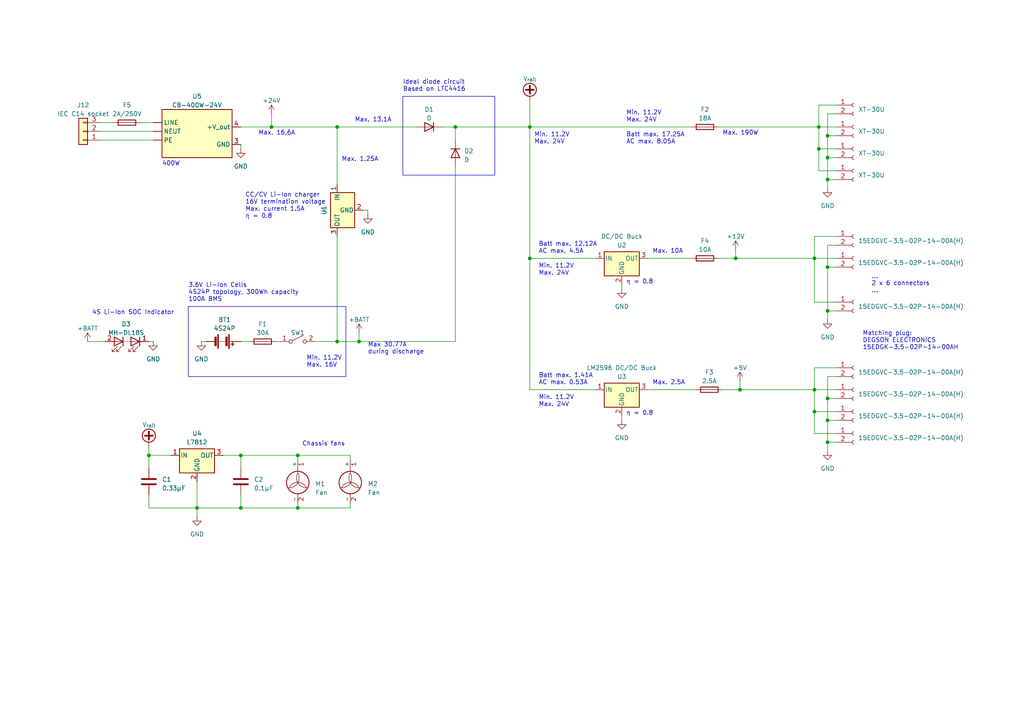
<source format=kicad_sch>
(kicad_sch (version 20230221) (generator eeschema)
  (paper "A4")
  (title_block (title "SECONDLIFE UPS") (date "2023-04-12") (rev "Mark II") (company "FSCK.PL"))
  (lib_symbols
    (symbol "Connector:Conn_01x02_Socket" (pin_names (offset 1.016) hide)
      (property "Reference" "J" (at 0 2.54 0))
      (property "Value" "Conn_01x02_Socket" (at 0 -5.08 0))
      (symbol "Conn_01x02_Socket_1_1"
        (arc (start 0 -2.032) (mid -0.5058 -2.54) (end 0 -3.048) (stroke (width 0.1524)))
        (polyline (pts (xy -1.27 -2.54) (xy -0.508 -2.54)) (stroke (width 0.1524)))
        (polyline (pts (xy -1.27 0) (xy -0.508 0)) (stroke (width 0.1524)))
        (arc (start 0 0.508) (mid -0.5058 0) (end 0 -0.508) (stroke (width 0.1524)))
        (pin passive line (at -5.08 0 0) (length 3.81) (name "Pin_1") (number "1"))
        (pin passive line (at -5.08 -2.54 0) (length 3.81) (name "Pin_2") (number "2"))
      )
    )
    (symbol "Connector_Generic:Conn_01x03" (pin_names (offset 1.016) hide)
      (property "Reference" "J" (at 0 5.08 0))
      (property "Value" "Conn_01x03" (at 0 -5.08 0))
      (symbol "Conn_01x03_1_1"
        (rectangle (start -1.27 -2.413) (end 0 -2.667) (stroke (width 0.1524)))
        (rectangle (start -1.27 0.127) (end 0 -0.127) (stroke (width 0.1524)))
        (rectangle (start -1.27 2.667) (end 0 2.413) (stroke (width 0.1524)))
        (rectangle (start -1.27 3.81) (end 1.27 -3.81) (stroke (width 0.254)) (fill (type background)))
        (pin passive line (at -5.08 2.54 0) (length 3.81) (name "Pin_1") (number "1"))
        (pin passive line (at -5.08 0 0) (length 3.81) (name "Pin_2") (number "2"))
        (pin passive line (at -5.08 -2.54 0) (length 3.81) (name "Pin_3") (number "3"))
      )
    )
    (symbol "Device:Battery" (pin_numbers hide) (pin_names (offset 0) hide)
      (property "Reference" "BT" (at 2.54 2.54 0))
      (property "Value" "Battery" (at 2.54 0 0))
      (symbol "Battery_0_1"
        (rectangle (start -2.032 -1.397) (end 2.032 -1.651) (fill (type outline)))
        (rectangle (start -2.032 1.778) (end 2.032 1.524) (fill (type outline)))
        (rectangle (start -1.3208 -1.9812) (end 1.27 -2.4892) (fill (type outline)))
        (rectangle (start -1.3208 1.1938) (end 1.27 0.6858) (fill (type outline)))
        (polyline (pts (xy 0 -1.524) (xy 0 -1.27)))
        (polyline (pts (xy 0 -1.016) (xy 0 -0.762)))
        (polyline (pts (xy 0 -0.508) (xy 0 -0.254)))
        (polyline (pts (xy 0 0) (xy 0 0.254)))
        (polyline (pts (xy 0 0.508) (xy 0 0.762)))
        (polyline (pts (xy 0 1.778) (xy 0 2.54)))
        (polyline (pts (xy 0.254 2.667) (xy 1.27 2.667)) (stroke (width 0.254)))
        (polyline (pts (xy 0.762 3.175) (xy 0.762 2.159)) (stroke (width 0.254)))
      )
      (symbol "Battery_1_1"
        (pin passive line (at 0 5.08 270) (length 2.54) (name "+") (number "1"))
        (pin passive line (at 0 -5.08 90) (length 2.54) (name "-") (number "2"))
      )
    )
    (symbol "Device:C" (pin_numbers hide) (pin_names (offset 0.254))
      (property "Reference" "C" (at 0.635 2.54 0))
      (property "Value" "C" (at 0.635 -2.54 0))
      (symbol "C_0_1"
        (polyline (pts (xy -2.032 -0.762) (xy 2.032 -0.762)) (stroke (width 0.508)))
        (polyline (pts (xy -2.032 0.762) (xy 2.032 0.762)) (stroke (width 0.508)))
      )
      (symbol "C_1_1"
        (pin passive line (at 0 3.81 270) (length 2.794) (name "~") (number "1"))
        (pin passive line (at 0 -3.81 90) (length 2.794) (name "~") (number "2"))
      )
    )
    (symbol "Device:D" (pin_numbers hide) (pin_names (offset 1.016) hide)
      (property "Reference" "D" (at 0 2.54 0))
      (property "Value" "D" (at 0 -2.54 0))
      (symbol "D_0_1"
        (polyline (pts (xy -1.27 1.27) (xy -1.27 -1.27)) (stroke (width 0.254)))
        (polyline (pts (xy 1.27 0) (xy -1.27 0)))
        (polyline (pts (xy 1.27 1.27) (xy 1.27 -1.27) (xy -1.27 0) (xy 1.27 1.27)) (stroke (width 0.254)))
      )
      (symbol "D_1_1"
        (pin passive line (at -3.81 0 0) (length 2.54) (name "K") (number "1"))
        (pin passive line (at 3.81 0 180) (length 2.54) (name "A") (number "2"))
      )
    )
    (symbol "Device:Fuse" (pin_numbers hide) (pin_names (offset 0))
      (property "Reference" "F" (at 2.032 0 90))
      (property "Value" "Fuse" (at -1.905 0 90))
      (symbol "Fuse_0_1"
        (rectangle (start -0.762 -2.54) (end 0.762 2.54) (stroke (width 0.254)))
        (polyline (pts (xy 0 2.54) (xy 0 -2.54)))
      )
      (symbol "Fuse_1_1"
        (pin passive line (at 0 3.81 270) (length 1.27) (name "~") (number "1"))
        (pin passive line (at 0 -3.81 90) (length 1.27) (name "~") (number "2"))
      )
    )
    (symbol "Device:LED_Series" (pin_names (offset 1.016) hide)
      (property "Reference" "D" (at 0 5.715 0))
      (property "Value" "LED_Series" (at 0 3.81 0))
      (symbol "LED_Series_0_1"
        (polyline (pts (xy -3.81 0) (xy -1.016 0)))
        (polyline (pts (xy -3.683 -1.27) (xy -3.683 1.27)) (stroke (width 0.254)))
        (polyline (pts (xy -0.508 0) (xy -0.762 0)))
        (polyline (pts (xy 0.127 0) (xy -0.127 0)))
        (polyline (pts (xy 0.508 0) (xy 0.762 0)))
        (polyline (pts (xy 1.016 0) (xy 3.81 0)))
        (polyline (pts (xy 1.143 -1.27) (xy 1.143 1.27)) (stroke (width 0.254)))
        (polyline (pts (xy -1.143 -1.27) (xy -1.143 1.27) (xy -3.683 0) (xy -1.143 -1.27)) (stroke (width 0.254)))
        (polyline (pts (xy 3.683 -1.27) (xy 3.683 1.27) (xy 1.143 0) (xy 3.683 -1.27)) (stroke (width 0.254)))
        (polyline (pts (xy -3.302 1.397) (xy -1.778 2.921) (xy -2.54 2.921) (xy -1.778 2.921) (xy -1.778 2.159)))
        (polyline (pts (xy -2.032 1.397) (xy -0.508 2.921) (xy -1.27 2.921) (xy -0.508 2.921) (xy -0.508 2.159)))
        (polyline (pts (xy 1.524 1.397) (xy 3.048 2.921) (xy 2.286 2.921) (xy 3.048 2.921) (xy 3.048 2.159)))
        (polyline (pts (xy 2.794 1.397) (xy 4.318 2.921) (xy 3.556 2.921) (xy 4.318 2.921) (xy 4.318 2.159)))
      )
      (symbol "LED_Series_1_1"
        (pin passive line (at -6.35 0 0) (length 2.54) (name "K") (number "1"))
        (pin passive line (at 6.35 0 180) (length 2.54) (name "A") (number "2"))
      )
    )
    (symbol "Motor:Fan" (pin_names (offset 0))
      (property "Reference" "M" (at 2.54 5.08 0))
      (property "Value" "Fan" (at 2.54 -2.54 0))
      (symbol "Fan_0_1"
        (arc (start -2.54 -0.508) (mid 0.0028 0.9121) (end 0 3.81))
        (polyline (pts (xy 0 -5.08) (xy 0 -4.572)))
        (polyline (pts (xy 0 -2.2352) (xy 0 -2.6416)))
        (polyline (pts (xy 0 4.2672) (xy 0 4.6228)))
        (polyline (pts (xy 0 4.572) (xy 0 5.08)))
        (circle (center 0 1.016) (radius 3.2512) (stroke (width 0.254)))
        (arc (start 0 3.81) (mid 0.053 0.921) (end 2.54 -0.508))
        (arc (start 2.54 -0.508) (mid 0 1.0618) (end -2.54 -0.508))
      )
      (symbol "Fan_1_1"
        (pin passive line (at 0 7.62 270) (length 2.54) (name "+") (number "1"))
        (pin passive line (at 0 -5.08 90) (length 2.54) (name "-") (number "2"))
      )
    )
    (symbol "PSU:Generic_PSU"
      (property "Reference" "U" (at -8.89 13.97 0))
      (property "Value" "Generic_AC_PSU" (at 6.35 13.97 0))
      (symbol "Generic_PSU_0_1"
        (rectangle (start -10.16 12.7) (end 10.16 -1.27) (stroke (width 0.254)) (fill (type background)))
      )
      (symbol "Generic_PSU_1_1"
        (pin power_in line (at -12.7 8.89 0) (length 2.54) (name "LINE") (number ""))
        (pin power_in line (at -12.7 6.35 0) (length 2.54) (name "NEUT") (number ""))
        (pin passive line (at -12.7 3.81 0) (length 2.54) (name "PE") (number ""))
        (pin power_out line (at 12.7 2.54 180) (length 2.54) (name "GND") (number "3"))
        (pin power_out line (at 12.7 7.62 180) (length 2.54) (name "+V_out") (number "4"))
      )
    )
    (symbol "Regulator_Linear:L7805" (pin_names (offset 0.254))
      (property "Reference" "U" (at -3.81 3.175 0))
      (property "Value" "L7805" (at 0 3.175 0))
      (symbol "L7805_0_1"
        (rectangle (start -5.08 1.905) (end 5.08 -5.08) (stroke (width 0.254)) (fill (type background)))
      )
      (symbol "L7805_1_1"
        (pin power_in line (at -7.62 0 0) (length 2.54) (name "IN") (number "1"))
        (pin power_in line (at 0 -7.62 90) (length 2.54) (name "GND") (number "2"))
        (pin power_out line (at 7.62 0 180) (length 2.54) (name "OUT") (number "3"))
      )
    )
    (symbol "Regulator_Linear:L7812" (pin_names (offset 0.254))
      (property "Reference" "U" (at -3.81 3.175 0))
      (property "Value" "L7812" (at 0 3.175 0))
      (symbol "L7812_0_1"
        (rectangle (start -5.08 1.905) (end 5.08 -5.08) (stroke (width 0.254)) (fill (type background)))
      )
      (symbol "L7812_1_1"
        (pin power_in line (at -7.62 0 0) (length 2.54) (name "IN") (number "1"))
        (pin power_in line (at 0 -7.62 90) (length 2.54) (name "GND") (number "2"))
        (pin power_out line (at 7.62 0 180) (length 2.54) (name "OUT") (number "3"))
      )
    )
    (symbol "Switch:SW_SPST" (pin_names (offset 0) hide)
      (property "Reference" "SW" (at 0 3.175 0))
      (property "Value" "SW_SPST" (at 0 -2.54 0))
      (symbol "SW_SPST_0_0"
        (circle (center -2.032 0) (radius 0.508))
        (polyline (pts (xy -1.524 0.254) (xy 1.524 1.778)))
        (circle (center 2.032 0) (radius 0.508))
      )
      (symbol "SW_SPST_1_1"
        (pin passive line (at -5.08 0 0) (length 2.54) (name "A") (number "1"))
        (pin passive line (at 5.08 0 180) (length 2.54) (name "B") (number "2"))
      )
    )
    (symbol "power:+12V" (power) (pin_names (offset 0))
      (property "Value" "+12V" (at 0 3.556 0))
      (symbol "+12V_0_1"
        (polyline (pts (xy -0.762 1.27) (xy 0 2.54)))
        (polyline (pts (xy 0 0) (xy 0 2.54)))
        (polyline (pts (xy 0 2.54) (xy 0.762 1.27)))
      )
      (symbol "+12V_1_1"
        (pin power_in line (at 0 0 90) (length 0) hide (name "+12V") (number "1"))
      )
    )
    (symbol "power:+24V" (power) (pin_names (offset 0))
      (property "Value" "+24V" (at 0 3.556 0))
      (symbol "+24V_0_1"
        (polyline (pts (xy -0.762 1.27) (xy 0 2.54)))
        (polyline (pts (xy 0 0) (xy 0 2.54)))
        (polyline (pts (xy 0 2.54) (xy 0.762 1.27)))
      )
      (symbol "+24V_1_1"
        (pin power_in line (at 0 0 90) (length 0) hide (name "+24V") (number "1"))
      )
    )
    (symbol "power:+5V" (power) (pin_names (offset 0))
      (property "Value" "+5V" (at 0 3.556 0))
      (symbol "+5V_0_1"
        (polyline (pts (xy -0.762 1.27) (xy 0 2.54)))
        (polyline (pts (xy 0 0) (xy 0 2.54)))
        (polyline (pts (xy 0 2.54) (xy 0.762 1.27)))
      )
      (symbol "+5V_1_1"
        (pin power_in line (at 0 0 90) (length 0) hide (name "+5V") (number "1"))
      )
    )
    (symbol "power:+BATT" (power) (pin_names (offset 0))
      (property "Value" "+BATT" (at 0 3.556 0))
      (symbol "+BATT_0_1"
        (polyline (pts (xy -0.762 1.27) (xy 0 2.54)))
        (polyline (pts (xy 0 0) (xy 0 2.54)))
        (polyline (pts (xy 0 2.54) (xy 0.762 1.27)))
      )
      (symbol "+BATT_1_1"
        (pin power_in line (at 0 0 90) (length 0) hide (name "+BATT") (number "1"))
      )
    )
    (symbol "power:+VDC" (power) (pin_names (offset 0))
      (property "Value" "+VDC" (at 0 6.35 0))
      (symbol "+VDC_0_1"
        (polyline (pts (xy -1.143 3.175) (xy 1.143 3.175)) (stroke (width 0.508)))
        (polyline (pts (xy 0 0) (xy 0 1.27)))
        (polyline (pts (xy 0 2.032) (xy 0 4.318)) (stroke (width 0.508)))
        (circle (center 0 3.175) (radius 1.905) (stroke (width 0.254)))
      )
      (symbol "+VDC_1_1"
        (pin power_in line (at 0 0 90) (length 0) hide (name "+VDC") (number "1"))
      )
    )
    (symbol "power:GND" (power) (pin_names (offset 0))
      (property "Value" "GND" (at 0 -3.81 0))
      (symbol "GND_0_1"
        (polyline (pts (xy 0 0) (xy 0 -1.27) (xy 1.27 -1.27) (xy 0 -2.54) (xy -1.27 -1.27) (xy 0 -1.27)))
      )
      (symbol "GND_1_1"
        (pin power_in line (at 0 0 270) (length 0) hide (name "GND") (number "1"))
      )
    )
  )
  (junction (at 240.03 52.07))
  (junction (at 240.03 39.37))
  (junction (at 57.15 147.32))
  (junction (at 69.85 147.32))
  (junction (at 237.49 43.18))
  (junction (at 69.85 132.08))
  (junction (at 236.22 113.03))
  (junction (at 240.03 121.92))
  (junction (at 214.63 113.03))
  (junction (at 240.03 115.57))
  (junction (at 237.49 36.83))
  (junction (at 153.67 36.83))
  (junction (at 236.22 119.38))
  (junction (at 86.36 147.32))
  (junction (at 78.74 36.83))
  (junction (at 236.22 74.93))
  (junction (at 97.79 36.83))
  (junction (at 213.36 74.93))
  (junction (at 43.18 132.08))
  (junction (at 240.03 128.27))
  (junction (at 86.36 132.08))
  (junction (at 240.03 45.72))
  (junction (at 97.79 99.06))
  (junction (at 153.67 74.93))
  (junction (at 104.14 99.06))
  (junction (at 240.03 77.47))
  (junction (at 132.08 36.83))
  (junction (at 240.03 90.17))
  (wire (pts (xy 208.28 36.83) (xy 237.49 36.83)))
  (wire (pts (xy 242.57 106.68) (xy 236.22 106.68)))
  (wire (pts (xy 49.53 132.08) (xy 43.18 132.08)))
  (wire (pts (xy 91.44 99.06) (xy 97.79 99.06)))
  (wire (pts (xy 128.27 36.83) (xy 132.08 36.83)))
  (wire (pts (xy 237.49 49.53) (xy 242.57 49.53)))
  (wire (pts (xy 132.08 99.06) (xy 104.14 99.06)))
  (wire (pts (xy 78.74 36.83) (xy 97.79 36.83)))
  (wire (pts (xy 187.96 113.03) (xy 201.93 113.03)))
  (wire (pts (xy 64.77 132.08) (xy 69.85 132.08)))
  (wire (pts (xy 187.96 74.93) (xy 200.66 74.93)))
  (wire (pts (xy 242.57 90.17) (xy 240.03 90.17)))
  (wire (pts (xy 43.18 147.32) (xy 57.15 147.32)))
  (wire (pts (xy 237.49 43.18) (xy 237.49 49.53)))
  (wire (pts (xy 69.85 132.08) (xy 69.85 135.89)))
  (wire (pts (xy 80.01 99.06) (xy 81.28 99.06)))
  (wire (pts (xy 57.15 147.32) (xy 57.15 149.86)))
  (wire (pts (xy 44.45 99.06) (xy 43.18 99.06)))
  (wire (pts (xy 104.14 96.52) (xy 104.14 99.06)))
  (wire (pts (xy 57.15 139.7) (xy 57.15 147.32)))
  (wire (pts (xy 58.42 99.06) (xy 59.69 99.06)))
  (wire (pts (xy 104.14 99.06) (xy 97.79 99.06)))
  (wire (pts (xy 240.03 45.72) (xy 240.03 52.07)))
  (wire (pts (xy 106.68 60.96) (xy 106.68 62.23)))
  (wire (pts (xy 69.85 41.91) (xy 69.85 43.18)))
  (wire (pts (xy 209.55 113.03) (xy 214.63 113.03)))
  (wire (pts (xy 25.4 99.06) (xy 30.48 99.06)))
  (wire (pts (xy 97.79 99.06) (xy 97.79 68.58)))
  (wire (pts (xy 240.03 52.07) (xy 240.03 54.61)))
  (wire (pts (xy 153.67 113.03) (xy 172.72 113.03)))
  (wire (pts (xy 240.03 77.47) (xy 242.57 77.47)))
  (wire (pts (xy 240.03 77.47) (xy 240.03 90.17)))
  (wire (pts (xy 97.79 36.83) (xy 97.79 53.34)))
  (wire (pts (xy 132.08 36.83) (xy 153.67 36.83)))
  (wire (pts (xy 242.57 125.73) (xy 236.22 125.73)))
  (wire (pts (xy 180.34 82.55) (xy 180.34 83.82)))
  (wire (pts (xy 240.03 115.57) (xy 240.03 121.92)))
  (wire (pts (xy 153.67 36.83) (xy 200.66 36.83)))
  (wire (pts (xy 29.21 35.56) (xy 33.02 35.56)))
  (wire (pts (xy 240.03 45.72) (xy 242.57 45.72)))
  (wire (pts (xy 236.22 106.68) (xy 236.22 113.03)))
  (wire (pts (xy 153.67 74.93) (xy 172.72 74.93)))
  (wire (pts (xy 105.41 60.96) (xy 106.68 60.96)))
  (wire (pts (xy 240.03 109.22) (xy 240.03 115.57)))
  (wire (pts (xy 242.57 87.63) (xy 236.22 87.63)))
  (wire (pts (xy 208.28 74.93) (xy 213.36 74.93)))
  (wire (pts (xy 57.15 147.32) (xy 69.85 147.32)))
  (wire (pts (xy 132.08 36.83) (xy 132.08 40.64)))
  (wire (pts (xy 97.79 36.83) (xy 120.65 36.83)))
  (wire (pts (xy 240.03 33.02) (xy 240.03 39.37)))
  (wire (pts (xy 214.63 113.03) (xy 236.22 113.03)))
  (wire (pts (xy 242.57 33.02) (xy 240.03 33.02)))
  (wire (pts (xy 69.85 147.32) (xy 69.85 143.51)))
  (wire (pts (xy 29.21 38.1) (xy 44.45 38.1)))
  (wire (pts (xy 236.22 74.93) (xy 242.57 74.93)))
  (wire (pts (xy 236.22 87.63) (xy 236.22 74.93)))
  (wire (pts (xy 237.49 36.83) (xy 237.49 43.18)))
  (wire (pts (xy 153.67 29.21) (xy 153.67 36.83)))
  (wire (pts (xy 101.6 132.08) (xy 101.6 133.35)))
  (wire (pts (xy 240.03 39.37) (xy 240.03 45.72)))
  (wire (pts (xy 242.57 128.27) (xy 240.03 128.27)))
  (wire (pts (xy 101.6 147.32) (xy 86.36 147.32)))
  (wire (pts (xy 240.03 90.17) (xy 240.03 92.71)))
  (wire (pts (xy 242.57 109.22) (xy 240.03 109.22)))
  (wire (pts (xy 132.08 48.26) (xy 132.08 99.06)))
  (wire (pts (xy 69.85 36.83) (xy 78.74 36.83)))
  (wire (pts (xy 240.03 115.57) (xy 242.57 115.57)))
  (wire (pts (xy 78.74 33.02) (xy 78.74 36.83)))
  (wire (pts (xy 240.03 39.37) (xy 242.57 39.37)))
  (wire (pts (xy 236.22 119.38) (xy 236.22 113.03)))
  (wire (pts (xy 43.18 129.54) (xy 43.18 132.08)))
  (wire (pts (xy 86.36 133.35) (xy 86.36 132.08)))
  (wire (pts (xy 236.22 119.38) (xy 242.57 119.38)))
  (wire (pts (xy 240.03 121.92) (xy 242.57 121.92)))
  (wire (pts (xy 69.85 99.06) (xy 72.39 99.06)))
  (wire (pts (xy 213.36 72.39) (xy 213.36 74.93)))
  (wire (pts (xy 237.49 36.83) (xy 242.57 36.83)))
  (wire (pts (xy 236.22 113.03) (xy 242.57 113.03)))
  (wire (pts (xy 153.67 36.83) (xy 153.67 74.93)))
  (wire (pts (xy 242.57 68.58) (xy 236.22 68.58)))
  (wire (pts (xy 236.22 125.73) (xy 236.22 119.38)))
  (wire (pts (xy 240.03 71.12) (xy 240.03 77.47)))
  (wire (pts (xy 237.49 43.18) (xy 242.57 43.18)))
  (wire (pts (xy 214.63 110.49) (xy 214.63 113.03)))
  (wire (pts (xy 242.57 71.12) (xy 240.03 71.12)))
  (wire (pts (xy 240.03 52.07) (xy 242.57 52.07)))
  (wire (pts (xy 43.18 143.51) (xy 43.18 147.32)))
  (wire (pts (xy 101.6 146.05) (xy 101.6 147.32)))
  (wire (pts (xy 153.67 74.93) (xy 153.67 113.03)))
  (wire (pts (xy 29.21 40.64) (xy 44.45 40.64)))
  (wire (pts (xy 242.57 30.48) (xy 237.49 30.48)))
  (wire (pts (xy 43.18 132.08) (xy 43.18 135.89)))
  (wire (pts (xy 236.22 68.58) (xy 236.22 74.93)))
  (wire (pts (xy 240.03 128.27) (xy 240.03 130.81)))
  (wire (pts (xy 86.36 146.05) (xy 86.36 147.32)))
  (wire (pts (xy 69.85 132.08) (xy 86.36 132.08)))
  (wire (pts (xy 40.64 35.56) (xy 44.45 35.56)))
  (wire (pts (xy 240.03 121.92) (xy 240.03 128.27)))
  (wire (pts (xy 180.34 120.65) (xy 180.34 121.92)))
  (wire (pts (xy 86.36 147.32) (xy 69.85 147.32)))
  (wire (pts (xy 237.49 30.48) (xy 237.49 36.83)))
  (wire (pts (xy 86.36 132.08) (xy 101.6 132.08)))
  (wire (pts (xy 213.36 74.93) (xy 236.22 74.93)))
  (rectangle (start 54.61 88.9) (end 100.33 109.22))
  (rectangle (start 116.84 27.94) (end 143.51 50.8))
  (text "η = 0.8" (at 181.61 120.65 0) (effects (font (size 1.27 1.27)) (justify left bottom)))
  (text "Min. 11.2V\nMax. 16V" (at 88.9 106.68 0) (effects (font (size 1.27 1.27)) (justify left bottom)))
  (text "Matching plug:\nDEGSON ELECTRONICS\n15EDGK-3.5-02P-14-00AH" (at 250.19 101.6 0) (effects (font (size 1.27 1.27)) (justify left bottom)))
  (text "Max. 2.5A" (at 189.23 111.76 0) (effects (font (size 1.27 1.27)) (justify left bottom)))
  (text "Max. 190W" (at 209.55 39.37 0) (effects (font (size 1.27 1.27)) (justify left bottom)))
  (text "Chassis fans" (at 87.63 129.54 0) (effects (font (size 1.27 1.27)) (justify left bottom)))
  (text "Max 30.77A\nduring discharge" (at 106.68 102.87 0) (effects (font (size 1.27 1.27)) (justify left bottom)))
  (text "CC/CV Li-Ion charger\n16V termination voltage\nMax. current 1.5A\nη = 0.8" (at 71.12 63.5 0) (effects (font (size 1.27 1.27)) (justify left bottom)))
  (text "Max. 10A" (at 189.23 73.66 0) (effects (font (size 1.27 1.27)) (justify left bottom)))
  (text "η = 0.8" (at 181.61 82.55 0) (effects (font (size 1.27 1.27)) (justify left bottom)))
  (text "3.6V Li-Ion Cells\n4S24P topology, 300Wh capacity\n100A BMS\n" (at 54.61 87.63 0) (effects (font (size 1.27 1.27)) (justify left bottom)))
  (text "Max. 16.6A" (at 74.93 39.37 0) (effects (font (size 1.27 1.27)) (justify left bottom)))
  (text "Batt max. 17.25A\nAC max. 8.05A" (at 181.61 41.91 0) (effects (font (size 1.27 1.27)) (justify left bottom)))
  (text "Min. 11.2V\nMax. 24V" (at 156.21 80.01 0) (effects (font (size 1.27 1.27)) (justify left bottom)))
  (text "...\n2 x 6 connectors\n..." (at 252.73 85.09 0) (effects (font (size 1.27 1.27)) (justify left bottom)))
  (text "4S Li-Ion SOC Indicator" (at 26.67 91.44 0) (effects (font (size 1.27 1.27)) (justify left bottom)))
  (text "Min. 11.2V\nMax. 24V" (at 154.94 41.91 0) (effects (font (size 1.27 1.27)) (justify left bottom)))
  (text "Min. 11.2V\nMax. 24V" (at 156.21 118.11 0) (effects (font (size 1.27 1.27)) (justify left bottom)))
  (text "Batt max. 1.41A\nAC max. 0.53A" (at 156.21 111.76 0) (effects (font (size 1.27 1.27)) (justify left bottom)))
  (text "Ideal diode circuit\nBased on LTC4416" (at 116.84 26.67 0) (effects (font (size 1.27 1.27)) (justify left bottom)))
  (text "Min. 11.2V\nMax. 24V" (at 181.61 35.56 0) (effects (font (size 1.27 1.27)) (justify left bottom)))
  (text "Max. 13.1A" (at 102.87 35.56 0) (effects (font (size 1.27 1.27)) (justify left bottom)))
  (text "Batt max. 12.12A\nAC max. 4.5A" (at 156.21 73.66 0) (effects (font (size 1.27 1.27)) (justify left bottom)))
  (text "Max. 1.25A" (at 99.06 46.99 0) (effects (font (size 1.27 1.27)) (justify left bottom)))
  (text "400W" (at 46.99 48.26 0) (effects (font (size 1.27 1.27)) (justify left bottom)))
  (symbol (lib_id "Connector:Conn_01x02_Socket") (at 247.65 43.18 0) (unit 1)
    (property "Reference" "J3" (effects hide))
    (property "Value" "XT-30U" (at 248.92 44.45 0) (effects (justify left)))
  )
  (symbol (lib_id "Device:Fuse") (at 204.47 74.93 90) (unit 1)
    (property "Reference" "F4" (at 204.47 69.85 90))
    (property "Value" "10A" (at 204.47 72.39 90))
  )
  (symbol (lib_id "Connector_Generic:Conn_01x03") (at 24.13 38.1 180) (unit 1)
    (property "Reference" "J12" (at 24.13 30.48 0))
    (property "Value" "IEC C14 socket" (at 24.13 33.02 0))
  )
  (symbol (lib_id "Regulator_Linear:L7805") (at 180.34 74.93 0) (unit 1)
    (property "Reference" "U2" (at 180.34 71.12 0))
    (property "Value" "DC/DC Buck" (at 180.34 68.58 0))
  )
  (symbol (lib_id "power:+24V") (at 78.74 33.02 0) (unit 1)
    (property "Reference" "#PWR08" (effects hide))
    (property "Value" "+24V" (at 78.74 29.21 0))
  )
  (symbol (lib_id "power:GND") (at 69.85 43.18 0) (unit 1)
    (property "Reference" "#PWR01" (effects hide))
    (property "Value" "GND" (at 69.85 48.26 0))
  )
  (symbol (lib_id "power:GND") (at 240.03 130.81 0) (unit 1)
    (property "Reference" "#PWR07" (effects hide))
    (property "Value" "GND" (at 240.03 135.89 0))
  )
  (symbol (lib_id "Connector:Conn_01x02_Socket") (at 247.65 87.63 0) (unit 1)
    (property "Reference" "J9" (effects hide))
    (property "Value" "15EDGVC-3.5-02P-14-00A(H)" (at 248.92 88.9 0) (effects (justify left)))
    (property "Datasheet" "https://www.tme.eu/Document/83e7173fe653a2d0e44585e87978945b/opr014R8.pdf" (effects hide))
    (property "Manufacturer" "DEGSON ELECTRONICS" (effects hide))
  )
  (symbol (lib_id "PSU:Generic_PSU") (at 57.15 44.45 0) (unit 1)
    (property "Reference" "U5" (at 57.15 27.94 0))
    (property "Value" "CB-400W-24V" (at 57.15 30.48 0))
    (property "Datasheet" "https://www.aliexpress.com/item/32950139524.html" (effects hide))
    (property "Model Number" "KGDY-CB" (effects hide))
  )
  (symbol (lib_id "Connector:Conn_01x02_Socket") (at 247.65 68.58 0) (unit 1)
    (property "Reference" "J5" (effects hide))
    (property "Value" "15EDGVC-3.5-02P-14-00A(H)" (at 248.92 69.85 0) (effects (justify left)))
    (property "Datasheet" "https://www.tme.eu/Document/83e7173fe653a2d0e44585e87978945b/opr014R8.pdf" (effects hide))
    (property "Manufacturer" "DEGSON ELECTRONICS" (effects hide))
  )
  (symbol (lib_id "power:+VDC") (at 43.18 129.54 0) (unit 1)
    (property "Reference" "#PWR010" (effects hide))
    (property "Value" "V_{rail}" (at 43.18 123.19 0))
  )
  (symbol (lib_id "power:GND") (at 180.34 121.92 0) (unit 1)
    (property "Reference" "#PWR06" (effects hide))
    (property "Value" "GND" (at 180.34 127 0))
  )
  (symbol (lib_id "Device:Fuse") (at 205.74 113.03 90) (unit 1)
    (property "Reference" "F3" (at 205.74 107.95 90))
    (property "Value" "2.5A" (at 205.74 110.49 90))
  )
  (symbol (lib_id "Switch:SW_SPST") (at 86.36 99.06 0) (unit 1)
    (property "Reference" "SW1" (at 86.36 96.52 0))
    (property "Value" "R13133L01BBRL2" (effects hide))
  )
  (symbol (lib_id "power:GND") (at 180.34 83.82 0) (unit 1)
    (property "Reference" "#PWR05" (effects hide))
    (property "Value" "GND" (at 180.34 88.9 0))
  )
  (symbol (lib_id "power:+BATT") (at 104.14 96.52 0) (unit 1)
    (property "Reference" "#PWR015" (effects hide))
    (property "Value" "+BATT" (at 104.14 92.71 0))
  )
  (symbol (lib_id "power:+5V") (at 214.63 110.49 0) (unit 1)
    (property "Reference" "#PWR014" (effects hide))
    (property "Value" "+5V" (at 214.63 106.68 0))
  )
  (symbol (lib_id "Device:C") (at 43.18 139.7 0) (unit 1)
    (property "Reference" "C1" (at 46.99 139.065 0) (effects (justify left)))
    (property "Value" "0.33µF" (at 46.99 141.605 0) (effects (justify left)))
  )
  (symbol (lib_id "power:GND") (at 58.42 99.06 0) (unit 1)
    (property "Reference" "#PWR03" (effects hide))
    (property "Value" "GND" (at 58.42 104.14 0))
  )
  (symbol (lib_id "Device:D") (at 132.08 44.45 270) (unit 1)
    (property "Reference" "D2" (at 134.62 43.815 90) (effects (justify left)))
    (property "Value" "D" (at 134.62 46.355 90) (effects (justify left)))
    (property "Sim.Device" "D" (effects hide))
    (property "Sim.Pins" "1=K 2=A" (effects hide))
  )
  (symbol (lib_id "Connector:Conn_01x02_Socket") (at 247.65 106.68 0) (unit 1)
    (property "Reference" "J7" (effects hide))
    (property "Value" "15EDGVC-3.5-02P-14-00A(H)" (at 248.92 107.95 0) (effects (justify left)))
    (property "Datasheet" "https://www.tme.eu/Document/83e7173fe653a2d0e44585e87978945b/opr014R8.pdf" (effects hide))
    (property "Manufacturer" "DEGSON ELECTRONICS" (effects hide))
  )
  (symbol (lib_id "Connector:Conn_01x02_Socket") (at 247.65 113.03 0) (unit 1)
    (property "Reference" "J8" (effects hide))
    (property "Value" "15EDGVC-3.5-02P-14-00A(H)" (at 248.92 114.3 0) (effects (justify left)))
    (property "Datasheet" "https://www.tme.eu/Document/83e7173fe653a2d0e44585e87978945b/opr014R8.pdf" (effects hide))
    (property "Manufacturer" "DEGSON ELECTRONICS" (effects hide))
  )
  (symbol (lib_id "Device:C") (at 69.85 139.7 0) (unit 1)
    (property "Reference" "C2" (at 73.66 139.065 0) (effects (justify left)))
    (property "Value" "0.1µF" (at 73.66 141.605 0) (effects (justify left)))
  )
  (symbol (lib_id "Motor:Fan") (at 101.6 140.97 0) (unit 1)
    (property "Reference" "M2" (at 106.68 140.335 0) (effects (justify left)))
    (property "Value" "Fan" (at 106.68 142.875 0) (effects (justify left)))
  )
  (symbol (lib_id "Device:Fuse") (at 76.2 99.06 90) (unit 1)
    (property "Reference" "F1" (at 76.2 93.98 90))
    (property "Value" "30A" (at 76.2 96.52 90))
  )
  (symbol (lib_id "Connector:Conn_01x02_Socket") (at 247.65 119.38 0) (unit 1)
    (property "Reference" "J11" (effects hide))
    (property "Value" "15EDGVC-3.5-02P-14-00A(H)" (at 248.92 120.65 0) (effects (justify left)))
    (property "Datasheet" "https://www.tme.eu/Document/83e7173fe653a2d0e44585e87978945b/opr014R8.pdf" (effects hide))
    (property "Manufacturer" "DEGSON ELECTRONICS" (effects hide))
  )
  (symbol (lib_id "Device:D") (at 124.46 36.83 180) (unit 1)
    (property "Reference" "D1" (at 124.46 31.75 0))
    (property "Value" "D" (at 124.46 34.29 0))
    (property "Sim.Device" "D" (effects hide))
    (property "Sim.Pins" "1=K 2=A" (effects hide))
  )
  (symbol (lib_id "Regulator_Linear:L7805") (at 180.34 113.03 0) (unit 1)
    (property "Reference" "U3" (at 180.34 109.22 0))
    (property "Value" "LM2596 DC/DC Buck" (at 180.34 106.68 0))
  )
  (symbol (lib_id "power:+VDC") (at 153.67 29.21 0) (unit 1)
    (property "Reference" "#PWR04" (effects hide))
    (property "Value" "V_{rail}" (at 153.67 22.86 0))
  )
  (symbol (lib_id "Connector:Conn_01x02_Socket") (at 247.65 30.48 0) (unit 1)
    (property "Reference" "J1" (effects hide))
    (property "Value" "XT-30U" (at 248.92 31.75 0) (effects (justify left)))
  )
  (symbol (lib_id "power:GND") (at 57.15 149.86 0) (unit 1)
    (property "Reference" "#PWR09" (effects hide))
    (property "Value" "GND" (at 57.15 154.94 0))
  )
  (symbol (lib_id "Motor:Fan") (at 86.36 140.97 0) (unit 1)
    (property "Reference" "M1" (at 91.44 140.335 0) (effects (justify left)))
    (property "Value" "Fan" (at 91.44 142.875 0) (effects (justify left)))
  )
  (symbol (lib_id "Device:Battery") (at 64.77 99.06 270) (unit 1)
    (property "Reference" "BT1" (at 65.151 92.71 90))
    (property "Value" "4S24P" (at 65.151 95.25 90))
  )
  (symbol (lib_id "power:GND") (at 240.03 54.61 0) (unit 1)
    (property "Reference" "#PWR011" (effects hide))
    (property "Value" "GND" (at 240.03 59.69 0))
  )
  (symbol (lib_id "Device:Fuse") (at 204.47 36.83 90) (unit 1)
    (property "Reference" "F2" (at 204.47 31.75 90))
    (property "Value" "18A" (at 204.47 34.29 90))
  )
  (symbol (lib_id "Connector:Conn_01x02_Socket") (at 247.65 36.83 0) (unit 1)
    (property "Reference" "J2" (effects hide))
    (property "Value" "XT-30U" (at 248.92 38.1 0) (effects (justify left)))
  )
  (symbol (lib_id "power:+BATT") (at 25.4 99.06 0) (unit 1)
    (property "Reference" "#PWR017" (effects hide))
    (property "Value" "+BATT" (at 25.4 95.25 0))
  )
  (symbol (lib_id "power:GND") (at 106.68 62.23 0) (unit 1)
    (property "Reference" "#PWR02" (effects hide))
    (property "Value" "GND" (at 106.68 67.31 0))
  )
  (symbol (lib_id "power:GND") (at 240.03 92.71 0) (unit 1)
    (property "Reference" "#PWR012" (effects hide))
    (property "Value" "GND" (at 240.03 97.79 0))
  )
  (symbol (lib_id "power:+12V") (at 213.36 72.39 0) (unit 1)
    (property "Reference" "#PWR013" (effects hide))
    (property "Value" "+12V" (at 213.36 68.58 0))
  )
  (symbol (lib_id "Regulator_Linear:L7805") (at 97.79 60.96 90) (mirror x) (unit 1)
    (property "Reference" "U1" (at 93.98 60.96 0))
    (property "Value" "~" (at 93.98 60.96 0))
  )
  (symbol (lib_id "Device:Fuse") (at 36.83 35.56 90) (unit 1)
    (property "Reference" "F5" (at 36.83 30.48 90))
    (property "Value" "2A/250V" (at 36.83 33.02 90))
  )
  (symbol (lib_id "Connector:Conn_01x02_Socket") (at 247.65 125.73 0) (unit 1)
    (property "Reference" "J10" (effects hide))
    (property "Value" "15EDGVC-3.5-02P-14-00A(H)" (at 248.92 127 0) (effects (justify left)))
    (property "Datasheet" "https://www.tme.eu/Document/83e7173fe653a2d0e44585e87978945b/opr014R8.pdf" (effects hide))
    (property "Manufacturer" "DEGSON ELECTRONICS" (effects hide))
  )
  (symbol (lib_id "Connector:Conn_01x02_Socket") (at 247.65 49.53 0) (unit 1)
    (property "Reference" "J4" (effects hide))
    (property "Value" "XT-30U" (at 248.92 50.8 0) (effects (justify left)))
  )
  (symbol (lib_id "Connector:Conn_01x02_Socket") (at 247.65 74.93 0) (unit 1)
    (property "Reference" "J6" (effects hide))
    (property "Value" "15EDGVC-3.5-02P-14-00A(H)" (at 248.92 76.2 0) (effects (justify left)))
    (property "Datasheet" "https://www.tme.eu/Document/83e7173fe653a2d0e44585e87978945b/opr014R8.pdf" (effects hide))
    (property "Manufacturer" "DEGSON ELECTRONICS" (effects hide))
  )
  (symbol (lib_id "Regulator_Linear:L7812") (at 57.15 132.08 0) (unit 1)
    (property "Reference" "U4" (at 57.15 125.73 0))
    (property "Value" "L7812" (at 57.15 128.27 0))
    (property "Datasheet" "http://www.st.com/content/ccc/resource/technical/document/datasheet/41/4f/b3/b0/12/d4/47/88/CD00000444.pdf/files/CD00000444.pdf/jcr:content/translations/en.CD00000444.pdf" (effects hide))
  )
  (symbol (lib_id "Device:LED_Series") (at 36.83 99.06 180) (unit 1)
    (property "Reference" "D3" (at 36.576 93.98 0))
    (property "Value" "MH-DL18S" (at 36.576 96.52 0))
    (property "Datasheet" "https://www.aliexpress.com/item/1005004941352709.html" (effects hide))
  )
  (symbol (lib_id "power:GND") (at 44.45 99.06 0) (unit 1)
    (property "Reference" "#PWR016" (effects hide))
    (property "Value" "GND" (at 44.45 104.14 0))
  )
)
</source>
